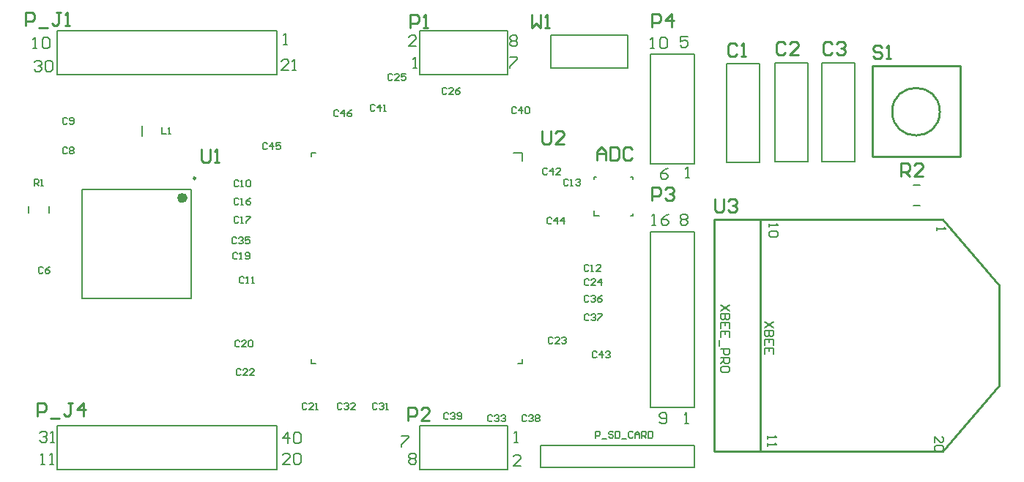
<source format=gbr>
G04 Layer_Color=65535*
%FSLAX25Y25*%
%MOIN*%
%TF.FileFunction,Legend,Top*%
%TF.Part,Single*%
G01*
G75*
%TA.AperFunction,NonConductor*%
%ADD34C,0.01000*%
%ADD35C,0.00984*%
%ADD36C,0.02362*%
%ADD37C,0.00787*%
%ADD38C,0.00500*%
%ADD39C,0.00800*%
%ADD40C,0.00700*%
D34*
X423096Y173646D02*
G03*
X423096Y173646I-10832J0D01*
G01*
X341291Y19016D02*
Y124370D01*
X320315D02*
X424291D01*
X320315Y19016D02*
Y124370D01*
X450000Y48898D02*
Y94488D01*
X424291Y19016D02*
X450000Y48898D01*
X424291Y19016D02*
X424307D01*
X320315D02*
X424291D01*
Y124370D02*
X450000Y94488D01*
X392343Y194512D02*
X432343D01*
X392343Y153173D02*
X432343D01*
Y194512D01*
X392343Y153173D02*
Y194512D01*
X267000Y151453D02*
Y155451D01*
X268999Y157451D01*
X270999Y155451D01*
Y151453D01*
Y154452D01*
X267000D01*
X272998Y157451D02*
Y151453D01*
X275997D01*
X276997Y152452D01*
Y156451D01*
X275997Y157451D01*
X272998D01*
X282995Y156451D02*
X281995Y157451D01*
X279996D01*
X278996Y156451D01*
Y152452D01*
X279996Y151453D01*
X281995D01*
X282995Y152452D01*
X7000Y213000D02*
Y218998D01*
X9999D01*
X10999Y217998D01*
Y215999D01*
X9999Y214999D01*
X7000D01*
X12998Y212000D02*
X16997D01*
X22995Y218998D02*
X20996D01*
X21995D01*
Y214000D01*
X20996Y213000D01*
X19996D01*
X18996Y214000D01*
X24994Y213000D02*
X26994D01*
X25994D01*
Y218998D01*
X24994Y217998D01*
X242000Y164998D02*
Y160000D01*
X243000Y159000D01*
X244999D01*
X245999Y160000D01*
Y164998D01*
X251997Y159000D02*
X247998D01*
X251997Y162999D01*
Y163998D01*
X250997Y164998D01*
X248998D01*
X247998Y163998D01*
X237500Y217998D02*
Y212000D01*
X239499Y213999D01*
X241499Y212000D01*
Y217998D01*
X243498Y212000D02*
X245497D01*
X244498D01*
Y217998D01*
X243498Y216998D01*
X320800Y133898D02*
Y128900D01*
X321800Y127900D01*
X323799D01*
X324799Y128900D01*
Y133898D01*
X326798Y132898D02*
X327798Y133898D01*
X329797D01*
X330797Y132898D01*
Y131899D01*
X329797Y130899D01*
X328797D01*
X329797D01*
X330797Y129899D01*
Y128900D01*
X329797Y127900D01*
X327798D01*
X326798Y128900D01*
X87000Y156498D02*
Y151500D01*
X88000Y150500D01*
X89999D01*
X90999Y151500D01*
Y156498D01*
X92998Y150500D02*
X94997D01*
X93998D01*
Y156498D01*
X92998Y155498D01*
X396799Y202998D02*
X395799Y203998D01*
X393800D01*
X392800Y202998D01*
Y201999D01*
X393800Y200999D01*
X395799D01*
X396799Y199999D01*
Y199000D01*
X395799Y198000D01*
X393800D01*
X392800Y199000D01*
X398798Y198000D02*
X400797D01*
X399798D01*
Y203998D01*
X398798Y202998D01*
X405450Y144293D02*
Y150291D01*
X408449D01*
X409449Y149292D01*
Y147292D01*
X408449Y146293D01*
X405450D01*
X407449D02*
X409449Y144293D01*
X415447D02*
X411448D01*
X415447Y148292D01*
Y149292D01*
X414447Y150291D01*
X412448D01*
X411448Y149292D01*
X12400Y34900D02*
Y40898D01*
X15399D01*
X16399Y39898D01*
Y37899D01*
X15399Y36899D01*
X12400D01*
X18398Y33900D02*
X22397D01*
X28395Y40898D02*
X26395D01*
X27395D01*
Y35900D01*
X26395Y34900D01*
X25396D01*
X24396Y35900D01*
X33393Y34900D02*
Y40898D01*
X30394Y37899D01*
X34393D01*
X374146Y204398D02*
X373146Y205398D01*
X371147D01*
X370147Y204398D01*
Y200400D01*
X371147Y199400D01*
X373146D01*
X374146Y200400D01*
X376145Y204398D02*
X377145Y205398D01*
X379144D01*
X380144Y204398D01*
Y203399D01*
X379144Y202399D01*
X378145D01*
X379144D01*
X380144Y201399D01*
Y200400D01*
X379144Y199400D01*
X377145D01*
X376145Y200400D01*
X352599Y204398D02*
X351599Y205398D01*
X349600D01*
X348600Y204398D01*
Y200400D01*
X349600Y199400D01*
X351599D01*
X352599Y200400D01*
X358597Y199400D02*
X354598D01*
X358597Y203399D01*
Y204398D01*
X357597Y205398D01*
X355598D01*
X354598Y204398D01*
X330599Y203898D02*
X329599Y204898D01*
X327600D01*
X326600Y203898D01*
Y199900D01*
X327600Y198900D01*
X329599D01*
X330599Y199900D01*
X332598Y198900D02*
X334597D01*
X333598D01*
Y204898D01*
X332598Y203898D01*
X292100Y133300D02*
Y139298D01*
X295099D01*
X296099Y138298D01*
Y136299D01*
X295099Y135299D01*
X292100D01*
X298098Y138298D02*
X299098Y139298D01*
X301097D01*
X302097Y138298D01*
Y137299D01*
X301097Y136299D01*
X300097D01*
X301097D01*
X302097Y135299D01*
Y134300D01*
X301097Y133300D01*
X299098D01*
X298098Y134300D01*
X292100Y212300D02*
Y218298D01*
X295099D01*
X296099Y217298D01*
Y215299D01*
X295099Y214299D01*
X292100D01*
X301097Y212300D02*
Y218298D01*
X298098Y215299D01*
X302097D01*
X182000Y212000D02*
Y217998D01*
X184999D01*
X185999Y216998D01*
Y214999D01*
X184999Y213999D01*
X182000D01*
X187998Y212000D02*
X189997D01*
X188998D01*
Y217998D01*
X187998Y216998D01*
X180900Y32900D02*
Y38898D01*
X183899D01*
X184899Y37898D01*
Y35899D01*
X183899Y34899D01*
X180900D01*
X190897Y32900D02*
X186898D01*
X190897Y36899D01*
Y37898D01*
X189897Y38898D01*
X187898D01*
X186898Y37898D01*
D35*
X84370Y143323D02*
G03*
X84370Y143323I-492J0D01*
G01*
D36*
X79547Y134366D02*
G03*
X79547Y134366I-1181J0D01*
G01*
D37*
X241500Y11500D02*
X311500D01*
Y21500D01*
X241500D02*
X311500D01*
X241500Y11500D02*
Y21500D01*
X283260Y126240D02*
Y127126D01*
X282374Y126240D02*
X283260D01*
X282374Y143760D02*
X283260D01*
Y142874D02*
Y143760D01*
X265740Y142874D02*
Y143760D01*
X266626D01*
X265740Y126240D02*
X268201D01*
X265740D02*
Y128701D01*
X21500Y190500D02*
X121500D01*
Y210500D01*
X21500D02*
X121500D01*
X21500Y190500D02*
Y210500D01*
X60000Y162638D02*
Y167362D01*
X281000Y193500D02*
Y208500D01*
X246000Y193500D02*
X281000D01*
X246000D02*
Y208500D01*
X281000D01*
X410925Y140268D02*
X414075D01*
X410925Y130819D02*
X414075D01*
X21500Y10500D02*
X121500D01*
Y30500D01*
X21500D02*
X121500D01*
X21500Y10500D02*
Y30500D01*
X369547Y151000D02*
X384547D01*
X369547D02*
Y196000D01*
X384547D01*
Y151000D02*
Y196000D01*
X348000Y151000D02*
X363000D01*
X348000D02*
Y196000D01*
X363000D01*
Y151000D02*
Y196000D01*
X17724Y127425D02*
Y130575D01*
X8276Y127425D02*
Y130575D01*
X341000Y150500D02*
Y195500D01*
X326000D02*
X341000D01*
X326000Y150500D02*
Y195500D01*
Y150500D02*
X341000D01*
X229095Y155032D02*
X233032D01*
Y151094D02*
Y155032D01*
Y58969D02*
Y60937D01*
X231063Y58969D02*
X233032D01*
X136969D02*
X138937D01*
X136969D02*
Y60937D01*
Y153063D02*
Y155032D01*
X138937D01*
X291500Y39000D02*
X311500D01*
X291500Y119000D02*
X311500D01*
Y39000D02*
Y119000D01*
X291500Y39000D02*
Y119000D01*
Y150000D02*
Y200000D01*
X311500D01*
Y150000D02*
Y200000D01*
X291500Y150000D02*
X311500D01*
X186500Y10500D02*
Y30500D01*
X226500Y10500D02*
Y30500D01*
X186500Y10500D02*
X226500D01*
X186500Y30500D02*
X226500D01*
Y190500D02*
Y210500D01*
X186500Y190500D02*
Y210500D01*
X226500D01*
X186500Y190500D02*
X226500D01*
X32697Y138303D02*
X82303D01*
X32697Y88697D02*
X82303D01*
Y138303D01*
X32697Y88697D02*
Y138303D01*
D38*
X199499Y35999D02*
X199000Y36499D01*
X198000D01*
X197500Y35999D01*
Y34000D01*
X198000Y33500D01*
X199000D01*
X199499Y34000D01*
X200499Y35999D02*
X200999Y36499D01*
X201999D01*
X202498Y35999D01*
Y35499D01*
X201999Y34999D01*
X201499D01*
X201999D01*
X202498Y34500D01*
Y34000D01*
X201999Y33500D01*
X200999D01*
X200499Y34000D01*
X203498D02*
X203998Y33500D01*
X204998D01*
X205497Y34000D01*
Y35999D01*
X204998Y36499D01*
X203998D01*
X203498Y35999D01*
Y35499D01*
X203998Y34999D01*
X205497D01*
X219499Y34999D02*
X219000Y35499D01*
X218000D01*
X217500Y34999D01*
Y33000D01*
X218000Y32500D01*
X219000D01*
X219499Y33000D01*
X220499Y34999D02*
X220999Y35499D01*
X221999D01*
X222498Y34999D01*
Y34499D01*
X221999Y33999D01*
X221499D01*
X221999D01*
X222498Y33500D01*
Y33000D01*
X221999Y32500D01*
X220999D01*
X220499Y33000D01*
X223498Y34999D02*
X223998Y35499D01*
X224998D01*
X225497Y34999D01*
Y34499D01*
X224998Y33999D01*
X224498D01*
X224998D01*
X225497Y33500D01*
Y33000D01*
X224998Y32500D01*
X223998D01*
X223498Y33000D01*
X266999Y63999D02*
X266499Y64499D01*
X265500D01*
X265000Y63999D01*
Y62000D01*
X265500Y61500D01*
X266499D01*
X266999Y62000D01*
X269498Y61500D02*
Y64499D01*
X267999Y62999D01*
X269998D01*
X270998Y63999D02*
X271498Y64499D01*
X272498D01*
X272997Y63999D01*
Y63499D01*
X272498Y62999D01*
X271998D01*
X272498D01*
X272997Y62500D01*
Y62000D01*
X272498Y61500D01*
X271498D01*
X270998Y62000D01*
X246999Y70499D02*
X246499Y70999D01*
X245500D01*
X245000Y70499D01*
Y68500D01*
X245500Y68000D01*
X246499D01*
X246999Y68500D01*
X249998Y68000D02*
X247999D01*
X249998Y69999D01*
Y70499D01*
X249499Y70999D01*
X248499D01*
X247999Y70499D01*
X250998D02*
X251498Y70999D01*
X252498D01*
X252997Y70499D01*
Y69999D01*
X252498Y69499D01*
X251998D01*
X252498D01*
X252997Y69000D01*
Y68500D01*
X252498Y68000D01*
X251498D01*
X250998Y68500D01*
X263499Y80999D02*
X263000Y81499D01*
X262000D01*
X261500Y80999D01*
Y79000D01*
X262000Y78500D01*
X263000D01*
X263499Y79000D01*
X264499Y80999D02*
X264999Y81499D01*
X265999D01*
X266498Y80999D01*
Y80499D01*
X265999Y80000D01*
X265499D01*
X265999D01*
X266498Y79500D01*
Y79000D01*
X265999Y78500D01*
X264999D01*
X264499Y79000D01*
X267498Y81499D02*
X269497D01*
Y80999D01*
X267498Y79000D01*
Y78500D01*
X263279Y89499D02*
X262779Y89999D01*
X261779D01*
X261280Y89499D01*
Y87500D01*
X261779Y87000D01*
X262779D01*
X263279Y87500D01*
X264279Y89499D02*
X264778Y89999D01*
X265778D01*
X266278Y89499D01*
Y88999D01*
X265778Y88499D01*
X265278D01*
X265778D01*
X266278Y88000D01*
Y87500D01*
X265778Y87000D01*
X264778D01*
X264279Y87500D01*
X269277Y89999D02*
X268277Y89499D01*
X267278Y88499D01*
Y87500D01*
X267777Y87000D01*
X268777D01*
X269277Y87500D01*
Y88000D01*
X268777Y88499D01*
X267278D01*
X266500Y25000D02*
Y27999D01*
X268000D01*
X268499Y27499D01*
Y26500D01*
X268000Y26000D01*
X266500D01*
X269499Y24500D02*
X271498D01*
X274497Y27499D02*
X273998Y27999D01*
X272998D01*
X272498Y27499D01*
Y26999D01*
X272998Y26500D01*
X273998D01*
X274497Y26000D01*
Y25500D01*
X273998Y25000D01*
X272998D01*
X272498Y25500D01*
X275497Y27999D02*
Y25000D01*
X276997D01*
X277496Y25500D01*
Y27499D01*
X276997Y27999D01*
X275497D01*
X278496Y24500D02*
X280496D01*
X283494Y27499D02*
X282995Y27999D01*
X281995D01*
X281495Y27499D01*
Y25500D01*
X281995Y25000D01*
X282995D01*
X283494Y25500D01*
X284494Y25000D02*
Y26999D01*
X285494Y27999D01*
X286493Y26999D01*
Y25000D01*
Y26500D01*
X284494D01*
X287493Y25000D02*
Y27999D01*
X288993D01*
X289493Y27499D01*
Y26500D01*
X288993Y26000D01*
X287493D01*
X288493D02*
X289493Y25000D01*
X290492Y27999D02*
Y25000D01*
X291992D01*
X292492Y25500D01*
Y27499D01*
X291992Y27999D01*
X290492D01*
X263499Y96999D02*
X263000Y97499D01*
X262000D01*
X261500Y96999D01*
Y95000D01*
X262000Y94500D01*
X263000D01*
X263499Y95000D01*
X266498Y94500D02*
X264499D01*
X266498Y96499D01*
Y96999D01*
X265999Y97499D01*
X264999D01*
X264499Y96999D01*
X268998Y94500D02*
Y97499D01*
X267498Y95999D01*
X269497D01*
X246499Y124999D02*
X246000Y125499D01*
X245000D01*
X244500Y124999D01*
Y123000D01*
X245000Y122500D01*
X246000D01*
X246499Y123000D01*
X248998Y122500D02*
Y125499D01*
X247499Y124000D01*
X249498D01*
X251998Y122500D02*
Y125499D01*
X250498Y124000D01*
X252497D01*
X253999Y142499D02*
X253500Y142999D01*
X252500D01*
X252000Y142499D01*
Y140500D01*
X252500Y140000D01*
X253500D01*
X253999Y140500D01*
X254999Y140000D02*
X255999D01*
X255499D01*
Y142999D01*
X254999Y142499D01*
X257498D02*
X257998Y142999D01*
X258998D01*
X259498Y142499D01*
Y141999D01*
X258998Y141499D01*
X258498D01*
X258998D01*
X259498Y141000D01*
Y140500D01*
X258998Y140000D01*
X257998D01*
X257498Y140500D01*
X244499Y147499D02*
X244000Y147999D01*
X243000D01*
X242500Y147499D01*
Y145500D01*
X243000Y145000D01*
X244000D01*
X244499Y145500D01*
X246999Y145000D02*
Y147999D01*
X245499Y146500D01*
X247498D01*
X250497Y145000D02*
X248498D01*
X250497Y146999D01*
Y147499D01*
X249998Y147999D01*
X248998D01*
X248498Y147499D01*
X173999Y190499D02*
X173500Y190999D01*
X172500D01*
X172000Y190499D01*
Y188500D01*
X172500Y188000D01*
X173500D01*
X173999Y188500D01*
X176998Y188000D02*
X174999D01*
X176998Y189999D01*
Y190499D01*
X176499Y190999D01*
X175499D01*
X174999Y190499D01*
X179997Y190999D02*
X177998D01*
Y189499D01*
X178998Y189999D01*
X179498D01*
X179997Y189499D01*
Y188500D01*
X179498Y188000D01*
X178498D01*
X177998Y188500D01*
X165999Y176499D02*
X165499Y176999D01*
X164500D01*
X164000Y176499D01*
Y174500D01*
X164500Y174000D01*
X165499D01*
X165999Y174500D01*
X168499Y174000D02*
Y176999D01*
X166999Y175499D01*
X168998D01*
X169998Y174000D02*
X170998D01*
X170498D01*
Y176999D01*
X169998Y176499D01*
X102999Y115999D02*
X102499Y116499D01*
X101500D01*
X101000Y115999D01*
Y114000D01*
X101500Y113500D01*
X102499D01*
X102999Y114000D01*
X103999Y115999D02*
X104499Y116499D01*
X105499D01*
X105998Y115999D01*
Y115499D01*
X105499Y114999D01*
X104999D01*
X105499D01*
X105998Y114500D01*
Y114000D01*
X105499Y113500D01*
X104499D01*
X103999Y114000D01*
X108997Y116499D02*
X106998D01*
Y114999D01*
X107998Y115499D01*
X108498D01*
X108997Y114999D01*
Y114000D01*
X108498Y113500D01*
X107498D01*
X106998Y114000D01*
X11000Y140000D02*
Y142999D01*
X12500D01*
X12999Y142499D01*
Y141499D01*
X12500Y141000D01*
X11000D01*
X12000D02*
X12999Y140000D01*
X13999D02*
X14999D01*
X14499D01*
Y142999D01*
X13999Y142499D01*
X69000Y166499D02*
Y163500D01*
X70999D01*
X71999D02*
X72999D01*
X72499D01*
Y166499D01*
X71999Y165999D01*
X149499Y173999D02*
X149000Y174499D01*
X148000D01*
X147500Y173999D01*
Y172000D01*
X148000Y171500D01*
X149000D01*
X149499Y172000D01*
X151999Y171500D02*
Y174499D01*
X150499Y173000D01*
X152498D01*
X155497Y174499D02*
X154498Y173999D01*
X153498Y173000D01*
Y172000D01*
X153998Y171500D01*
X154998D01*
X155497Y172000D01*
Y172500D01*
X154998Y173000D01*
X153498D01*
X116999Y158999D02*
X116499Y159499D01*
X115500D01*
X115000Y158999D01*
Y157000D01*
X115500Y156500D01*
X116499D01*
X116999Y157000D01*
X119499Y156500D02*
Y159499D01*
X117999Y158000D01*
X119998D01*
X122997Y159499D02*
X120998D01*
Y158000D01*
X121998Y158499D01*
X122498D01*
X122997Y158000D01*
Y157000D01*
X122498Y156500D01*
X121498D01*
X120998Y157000D01*
X230299Y175299D02*
X229800Y175799D01*
X228800D01*
X228300Y175299D01*
Y173300D01*
X228800Y172800D01*
X229800D01*
X230299Y173300D01*
X232799Y172800D02*
Y175799D01*
X231299Y174300D01*
X233298D01*
X234298Y175299D02*
X234798Y175799D01*
X235798D01*
X236297Y175299D01*
Y173300D01*
X235798Y172800D01*
X234798D01*
X234298Y173300D01*
Y175299D01*
X234999Y34999D02*
X234500Y35499D01*
X233500D01*
X233000Y34999D01*
Y33000D01*
X233500Y32500D01*
X234500D01*
X234999Y33000D01*
X235999Y34999D02*
X236499Y35499D01*
X237498D01*
X237998Y34999D01*
Y34499D01*
X237498Y33999D01*
X236999D01*
X237498D01*
X237998Y33500D01*
Y33000D01*
X237498Y32500D01*
X236499D01*
X235999Y33000D01*
X238998Y34999D02*
X239498Y35499D01*
X240498D01*
X240997Y34999D01*
Y34499D01*
X240498Y33999D01*
X240997Y33500D01*
Y33000D01*
X240498Y32500D01*
X239498D01*
X238998Y33000D01*
Y33500D01*
X239498Y33999D01*
X238998Y34499D01*
Y34999D01*
X239498Y33999D02*
X240498D01*
X150999Y40499D02*
X150499Y40999D01*
X149500D01*
X149000Y40499D01*
Y38500D01*
X149500Y38000D01*
X150499D01*
X150999Y38500D01*
X151999Y40499D02*
X152499Y40999D01*
X153499D01*
X153998Y40499D01*
Y39999D01*
X153499Y39500D01*
X152999D01*
X153499D01*
X153998Y39000D01*
Y38500D01*
X153499Y38000D01*
X152499D01*
X151999Y38500D01*
X156997Y38000D02*
X154998D01*
X156997Y39999D01*
Y40499D01*
X156498Y40999D01*
X155498D01*
X154998Y40499D01*
X166999D02*
X166499Y40999D01*
X165500D01*
X165000Y40499D01*
Y38500D01*
X165500Y38000D01*
X166499D01*
X166999Y38500D01*
X167999Y40499D02*
X168499Y40999D01*
X169499D01*
X169998Y40499D01*
Y39999D01*
X169499Y39500D01*
X168999D01*
X169499D01*
X169998Y39000D01*
Y38500D01*
X169499Y38000D01*
X168499D01*
X167999Y38500D01*
X170998Y38000D02*
X171998D01*
X171498D01*
Y40999D01*
X170998Y40499D01*
X198699Y184199D02*
X198199Y184699D01*
X197200D01*
X196700Y184199D01*
Y182200D01*
X197200Y181700D01*
X198199D01*
X198699Y182200D01*
X201698Y181700D02*
X199699D01*
X201698Y183699D01*
Y184199D01*
X201199Y184699D01*
X200199D01*
X199699Y184199D01*
X204697Y184699D02*
X203698Y184199D01*
X202698Y183200D01*
Y182200D01*
X203198Y181700D01*
X204198D01*
X204697Y182200D01*
Y182700D01*
X204198Y183200D01*
X202698D01*
X104999Y55999D02*
X104499Y56499D01*
X103500D01*
X103000Y55999D01*
Y54000D01*
X103500Y53500D01*
X104499D01*
X104999Y54000D01*
X107998Y53500D02*
X105999D01*
X107998Y55499D01*
Y55999D01*
X107499Y56499D01*
X106499D01*
X105999Y55999D01*
X110997Y53500D02*
X108998D01*
X110997Y55499D01*
Y55999D01*
X110498Y56499D01*
X109498D01*
X108998Y55999D01*
X134999Y40499D02*
X134500Y40999D01*
X133500D01*
X133000Y40499D01*
Y38500D01*
X133500Y38000D01*
X134500D01*
X134999Y38500D01*
X137998Y38000D02*
X135999D01*
X137998Y39999D01*
Y40499D01*
X137499Y40999D01*
X136499D01*
X135999Y40499D01*
X138998Y38000D02*
X139998D01*
X139498D01*
Y40999D01*
X138998Y40499D01*
X104499Y68999D02*
X103999Y69499D01*
X103000D01*
X102500Y68999D01*
Y67000D01*
X103000Y66500D01*
X103999D01*
X104499Y67000D01*
X107498Y66500D02*
X105499D01*
X107498Y68499D01*
Y68999D01*
X106999Y69499D01*
X105999D01*
X105499Y68999D01*
X108498D02*
X108998Y69499D01*
X109998D01*
X110497Y68999D01*
Y67000D01*
X109998Y66500D01*
X108998D01*
X108498Y67000D01*
Y68999D01*
X263279Y103499D02*
X262779Y103999D01*
X261779D01*
X261280Y103499D01*
Y101500D01*
X261779Y101000D01*
X262779D01*
X263279Y101500D01*
X264279Y101000D02*
X265278D01*
X264778D01*
Y103999D01*
X264279Y103499D01*
X268777Y101000D02*
X266778D01*
X268777Y102999D01*
Y103499D01*
X268277Y103999D01*
X267278D01*
X266778Y103499D01*
X25999Y170499D02*
X25499Y170999D01*
X24500D01*
X24000Y170499D01*
Y168500D01*
X24500Y168000D01*
X25499D01*
X25999Y168500D01*
X26999D02*
X27499Y168000D01*
X28499D01*
X28998Y168500D01*
Y170499D01*
X28499Y170999D01*
X27499D01*
X26999Y170499D01*
Y169999D01*
X27499Y169500D01*
X28998D01*
X25999Y156999D02*
X25499Y157499D01*
X24500D01*
X24000Y156999D01*
Y155000D01*
X24500Y154500D01*
X25499D01*
X25999Y155000D01*
X26999Y156999D02*
X27499Y157499D01*
X28499D01*
X28998Y156999D01*
Y156499D01*
X28499Y156000D01*
X28998Y155500D01*
Y155000D01*
X28499Y154500D01*
X27499D01*
X26999Y155000D01*
Y155500D01*
X27499Y156000D01*
X26999Y156499D01*
Y156999D01*
X27499Y156000D02*
X28499D01*
X14999Y102499D02*
X14500Y102999D01*
X13500D01*
X13000Y102499D01*
Y100500D01*
X13500Y100000D01*
X14500D01*
X14999Y100500D01*
X17998Y102999D02*
X16999Y102499D01*
X15999Y101499D01*
Y100500D01*
X16499Y100000D01*
X17499D01*
X17998Y100500D01*
Y101000D01*
X17499Y101499D01*
X15999D01*
D39*
X11000Y196165D02*
X11833Y196998D01*
X13499D01*
X14332Y196165D01*
Y195332D01*
X13499Y194499D01*
X12666D01*
X13499D01*
X14332Y193666D01*
Y192833D01*
X13499Y192000D01*
X11833D01*
X11000Y192833D01*
X15998Y196165D02*
X16831Y196998D01*
X18498D01*
X19331Y196165D01*
Y192833D01*
X18498Y192000D01*
X16831D01*
X15998Y192833D01*
Y196165D01*
X10500Y202500D02*
X12166D01*
X11333D01*
Y207498D01*
X10500Y206665D01*
X14665D02*
X15498Y207498D01*
X17165D01*
X17998Y206665D01*
Y203333D01*
X17165Y202500D01*
X15498D01*
X14665Y203333D01*
Y206665D01*
X126832Y192500D02*
X123500D01*
X126832Y195832D01*
Y196665D01*
X125999Y197498D01*
X124333D01*
X123500Y196665D01*
X128498Y192500D02*
X130165D01*
X129331D01*
Y197498D01*
X128498Y196665D01*
X124500Y204338D02*
X126166D01*
X125333D01*
Y209336D01*
X124500Y208503D01*
X103499Y108999D02*
X102999Y109499D01*
X102000D01*
X101500Y108999D01*
Y107000D01*
X102000Y106500D01*
X102999D01*
X103499Y107000D01*
X104499Y106500D02*
X105499D01*
X104999D01*
Y109499D01*
X104499Y108999D01*
X106998Y107000D02*
X107498Y106500D01*
X108498D01*
X108998Y107000D01*
Y108999D01*
X108498Y109499D01*
X107498D01*
X106998Y108999D01*
Y108499D01*
X107498Y108000D01*
X108998D01*
X103999Y125499D02*
X103499Y125999D01*
X102500D01*
X102000Y125499D01*
Y123500D01*
X102500Y123000D01*
X103499D01*
X103999Y123500D01*
X104999Y123000D02*
X105999D01*
X105499D01*
Y125999D01*
X104999Y125499D01*
X107498Y125999D02*
X109498D01*
Y125499D01*
X107498Y123500D01*
Y123000D01*
X103999Y133716D02*
X103499Y134216D01*
X102500D01*
X102000Y133716D01*
Y131716D01*
X102500Y131217D01*
X103499D01*
X103999Y131716D01*
X104999Y131217D02*
X105999D01*
X105499D01*
Y134216D01*
X104999Y133716D01*
X109498Y134216D02*
X108498Y133716D01*
X107498Y132716D01*
Y131716D01*
X107998Y131217D01*
X108998D01*
X109498Y131716D01*
Y132216D01*
X108998Y132716D01*
X107498D01*
X106499Y97999D02*
X106000Y98499D01*
X105000D01*
X104500Y97999D01*
Y96000D01*
X105000Y95500D01*
X106000D01*
X106499Y96000D01*
X107499Y95500D02*
X108499D01*
X107999D01*
Y98499D01*
X107499Y97999D01*
X109998Y95500D02*
X110998D01*
X110498D01*
Y98499D01*
X109998Y97999D01*
X103999Y141999D02*
X103499Y142499D01*
X102500D01*
X102000Y141999D01*
Y140000D01*
X102500Y139500D01*
X103499D01*
X103999Y140000D01*
X104999Y139500D02*
X105999D01*
X105499D01*
Y142499D01*
X104999Y141999D01*
X107498D02*
X107998Y142499D01*
X108998D01*
X109498Y141999D01*
Y140000D01*
X108998Y139500D01*
X107998D01*
X107498Y140000D01*
Y141999D01*
X14000Y13000D02*
X15666D01*
X14833D01*
Y17998D01*
X14000Y17165D01*
X18165Y13000D02*
X19831D01*
X18998D01*
Y17998D01*
X18165Y17165D01*
X13500Y27165D02*
X14333Y27998D01*
X15999D01*
X16832Y27165D01*
Y26332D01*
X15999Y25499D01*
X15166D01*
X15999D01*
X16832Y24666D01*
Y23833D01*
X15999Y23000D01*
X14333D01*
X13500Y23833D01*
X18498Y23000D02*
X20165D01*
X19331D01*
Y27998D01*
X18498Y27165D01*
X127332Y13000D02*
X124000D01*
X127332Y16332D01*
Y17165D01*
X126499Y17998D01*
X124833D01*
X124000Y17165D01*
X128998D02*
X129831Y17998D01*
X131498D01*
X132331Y17165D01*
Y13833D01*
X131498Y13000D01*
X129831D01*
X128998Y13833D01*
Y17165D01*
X126499Y22500D02*
Y27498D01*
X124000Y24999D01*
X127332D01*
X128998Y26665D02*
X129831Y27498D01*
X131498D01*
X132331Y26665D01*
Y23333D01*
X131498Y22500D01*
X129831D01*
X128998Y23333D01*
Y26665D01*
X295500Y32333D02*
X296333Y31500D01*
X297999D01*
X298832Y32333D01*
Y35665D01*
X297999Y36498D01*
X296333D01*
X295500Y35665D01*
Y34832D01*
X296333Y33999D01*
X298832D01*
X307000Y31500D02*
X308666D01*
X307833D01*
Y36498D01*
X307000Y35665D01*
X305000Y126165D02*
X305833Y126998D01*
X307499D01*
X308332Y126165D01*
Y125332D01*
X307499Y124499D01*
X308332Y123666D01*
Y122833D01*
X307499Y122000D01*
X305833D01*
X305000Y122833D01*
Y123666D01*
X305833Y124499D01*
X305000Y125332D01*
Y126165D01*
X305833Y124499D02*
X307499D01*
X292100Y122000D02*
X293766D01*
X292933D01*
Y126998D01*
X292100Y126165D01*
X299598Y126998D02*
X297931Y126165D01*
X296265Y124499D01*
Y122833D01*
X297098Y122000D01*
X298764D01*
X299598Y122833D01*
Y123666D01*
X298764Y124499D01*
X296265D01*
X307500Y143500D02*
X309166D01*
X308333D01*
Y148498D01*
X307500Y147665D01*
X308332Y207998D02*
X305000D01*
Y205499D01*
X306666Y206332D01*
X307499D01*
X308332Y205499D01*
Y203833D01*
X307499Y203000D01*
X305833D01*
X305000Y203833D01*
X291500Y202500D02*
X293166D01*
X292333D01*
Y207498D01*
X291500Y206665D01*
X295665D02*
X296498Y207498D01*
X298165D01*
X298998Y206665D01*
Y203333D01*
X298165Y202500D01*
X296498D01*
X295665Y203333D01*
Y206665D01*
X299332Y147998D02*
X297666Y147165D01*
X296000Y145499D01*
Y143833D01*
X296833Y143000D01*
X298499D01*
X299332Y143833D01*
Y144666D01*
X298499Y145499D01*
X296000D01*
X181500Y17165D02*
X182333Y17998D01*
X183999D01*
X184832Y17165D01*
Y16332D01*
X183999Y15499D01*
X184832Y14666D01*
Y13833D01*
X183999Y13000D01*
X182333D01*
X181500Y13833D01*
Y14666D01*
X182333Y15499D01*
X181500Y16332D01*
Y17165D01*
X182333Y15499D02*
X183999D01*
X178050Y25998D02*
X181382D01*
Y25165D01*
X178050Y21833D01*
Y21000D01*
X229500Y23000D02*
X231166D01*
X230333D01*
Y27998D01*
X229500Y27165D01*
X232332Y12297D02*
X229000D01*
X232332Y15630D01*
Y16463D01*
X231499Y17296D01*
X229833D01*
X229000Y16463D01*
X227500Y207665D02*
X228333Y208498D01*
X229999D01*
X230832Y207665D01*
Y206832D01*
X229999Y205999D01*
X230832Y205166D01*
Y204333D01*
X229999Y203500D01*
X228333D01*
X227500Y204333D01*
Y205166D01*
X228333Y205999D01*
X227500Y206832D01*
Y207665D01*
X228333Y205999D02*
X229999D01*
X227500Y198498D02*
X230832D01*
Y197665D01*
X227500Y194333D01*
Y193500D01*
X183500D02*
X185166D01*
X184333D01*
Y198498D01*
X183500Y197665D01*
X184832Y203500D02*
X181500D01*
X184832Y206832D01*
Y207665D01*
X183999Y208498D01*
X182333D01*
X181500Y207665D01*
D40*
X347290Y78000D02*
X343291Y75334D01*
X347290D02*
X343291Y78000D01*
X347290Y74001D02*
X343291D01*
Y72002D01*
X343958Y71336D01*
X344624D01*
X345291Y72002D01*
Y74001D01*
Y72002D01*
X345957Y71336D01*
X346624D01*
X347290Y72002D01*
Y74001D01*
Y67337D02*
Y70003D01*
X343291D01*
Y67337D01*
X345291Y70003D02*
Y68670D01*
X347290Y63338D02*
Y66004D01*
X343291D01*
Y63338D01*
X345291Y66004D02*
Y64671D01*
X327290Y85500D02*
X323291Y82834D01*
X327290D02*
X323291Y85500D01*
X327290Y81501D02*
X323291D01*
Y79502D01*
X323958Y78835D01*
X324624D01*
X325291Y79502D01*
Y81501D01*
Y79502D01*
X325957Y78835D01*
X326624D01*
X327290Y79502D01*
Y81501D01*
Y74837D02*
Y77503D01*
X323291D01*
Y74837D01*
X325291Y77503D02*
Y76170D01*
X327290Y70838D02*
Y73504D01*
X323291D01*
Y70838D01*
X325291Y73504D02*
Y72171D01*
X322625Y69505D02*
Y66839D01*
X323291Y65506D02*
X327290D01*
Y63507D01*
X326624Y62841D01*
X325291D01*
X324624Y63507D01*
Y65506D01*
X323291Y61508D02*
X327290D01*
Y59508D01*
X326624Y58842D01*
X325291D01*
X324624Y59508D01*
Y61508D01*
Y60175D02*
X323291Y58842D01*
X327290Y55510D02*
Y56843D01*
X326624Y57509D01*
X323958D01*
X323291Y56843D01*
Y55510D01*
X323958Y54843D01*
X326624D01*
X327290Y55510D01*
X421791Y121000D02*
Y119667D01*
Y120334D01*
X425790D01*
X425124Y121000D01*
X345291Y122500D02*
Y121167D01*
Y121834D01*
X349290D01*
X348624Y122500D01*
Y119168D02*
X349290Y118501D01*
Y117168D01*
X348624Y116502D01*
X345958D01*
X345291Y117168D01*
Y118501D01*
X345958Y119168D01*
X348624D01*
X344791Y26000D02*
Y24667D01*
Y25333D01*
X348790D01*
X348124Y26000D01*
X344791Y22668D02*
Y21335D01*
Y22001D01*
X348790D01*
X348124Y22668D01*
X420791Y22834D02*
Y25500D01*
X423457Y22834D01*
X424124D01*
X424790Y23501D01*
Y24834D01*
X424124Y25500D01*
Y21501D02*
X424790Y20835D01*
Y19502D01*
X424124Y18835D01*
X421458D01*
X420791Y19502D01*
Y20835D01*
X421458Y21501D01*
X424124D01*
%TF.MD5,DD9EF261DD539BAF5EF1781DD84C76E4*%
M02*

</source>
